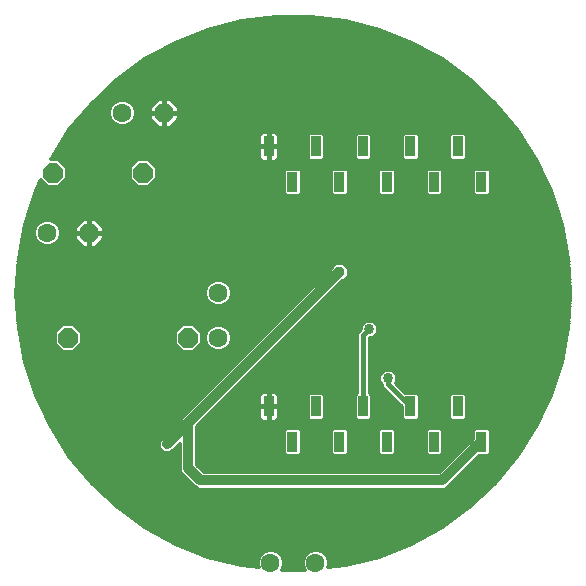
<source format=gbl>
G75*
G70*
%OFA0B0*%
%FSLAX24Y24*%
%IPPOS*%
%LPD*%
%AMOC8*
5,1,8,0,0,1.08239X$1,22.5*
%
%ADD10OC8,0.0630*%
%ADD11C,0.0630*%
%ADD12OC8,0.0660*%
%ADD13R,0.0335X0.0669*%
%ADD14C,0.0340*%
%ADD15C,0.0100*%
%ADD16C,0.0827*%
%ADD17C,0.0320*%
%ADD18C,0.0376*%
%ADD19C,0.0160*%
D10*
X003763Y012088D03*
X006263Y016088D03*
D11*
X004863Y016088D03*
X002363Y012088D03*
X008063Y010088D03*
X008063Y008588D03*
X009813Y001088D03*
X011313Y001088D03*
D12*
X007063Y008588D03*
X003063Y008588D03*
X002563Y014088D03*
X005563Y014088D03*
D13*
X009750Y014959D03*
X010537Y013778D03*
X011325Y014959D03*
X012112Y013778D03*
X012900Y014959D03*
X013687Y013778D03*
X014474Y014959D03*
X015262Y013778D03*
X016049Y014959D03*
X016837Y013778D03*
X016049Y006297D03*
X015262Y005116D03*
X014474Y006297D03*
X013687Y005116D03*
X012900Y006297D03*
X012112Y005116D03*
X011325Y006297D03*
X010537Y005116D03*
X009750Y006297D03*
X016837Y005116D03*
D14*
X013725Y007238D03*
X013100Y008875D03*
X007063Y011088D03*
D15*
X003079Y004650D02*
X003820Y003755D01*
X004666Y002960D01*
X005606Y002277D01*
X006624Y001718D01*
X007704Y001290D01*
X008829Y001001D01*
X009419Y000927D01*
X009388Y001003D01*
X009388Y001172D01*
X009452Y001328D01*
X009572Y001448D01*
X009728Y001512D01*
X009897Y001512D01*
X010053Y001448D01*
X010173Y001328D01*
X010237Y001172D01*
X010237Y001003D01*
X010177Y000856D01*
X010948Y000856D01*
X010888Y001003D01*
X010888Y001172D01*
X010952Y001328D01*
X011072Y001448D01*
X011228Y001512D01*
X011397Y001512D01*
X011553Y001448D01*
X011673Y001328D01*
X011737Y001172D01*
X011737Y001003D01*
X011706Y000927D01*
X012296Y001001D01*
X013421Y001290D01*
X014501Y001718D01*
X015519Y002277D01*
X016459Y002960D01*
X017305Y003755D01*
X017305Y003755D01*
X018046Y004650D01*
X018668Y005631D01*
X019163Y006682D01*
X019522Y007787D01*
X019740Y008928D01*
X019813Y010087D01*
X019740Y011247D01*
X019522Y012388D01*
X019163Y013493D01*
X018668Y014544D01*
X018046Y015525D01*
X017305Y016420D01*
X016459Y017215D01*
X015519Y017898D01*
X014501Y018457D01*
X013421Y018885D01*
X012296Y019174D01*
X011143Y019319D01*
X009982Y019319D01*
X008829Y019174D01*
X007704Y018885D01*
X006624Y018457D01*
X005606Y017898D01*
X004666Y017215D01*
X003820Y016420D01*
X003079Y015525D01*
X002457Y014544D01*
X002449Y014527D01*
X002745Y014527D01*
X003002Y014270D01*
X003002Y013905D01*
X002745Y013648D01*
X002380Y013648D01*
X002145Y013882D01*
X001962Y013493D01*
X001603Y012388D01*
X001385Y011247D01*
X001312Y010087D01*
X001385Y008928D01*
X001603Y007787D01*
X001962Y006682D01*
X002457Y005631D01*
X003079Y004650D01*
X003099Y004626D02*
X006793Y004626D01*
X006793Y004528D02*
X003181Y004528D01*
X003262Y004429D02*
X006793Y004429D01*
X006793Y004331D02*
X003344Y004331D01*
X003425Y004232D02*
X006793Y004232D01*
X006793Y004184D02*
X006834Y004085D01*
X006910Y004009D01*
X007322Y003596D01*
X007421Y003555D01*
X015599Y003555D01*
X015698Y003596D01*
X015774Y003672D01*
X016774Y004672D01*
X017049Y004672D01*
X017114Y004736D01*
X017114Y005496D01*
X017049Y005561D01*
X016624Y005561D01*
X016559Y005496D01*
X016559Y005221D01*
X015433Y004095D01*
X007587Y004095D01*
X007332Y004349D01*
X007332Y005626D01*
X012201Y010494D01*
X012269Y010522D01*
X012353Y010606D01*
X012398Y010716D01*
X012398Y010834D01*
X012353Y010944D01*
X012269Y011028D01*
X012159Y011073D01*
X012041Y011073D01*
X011931Y011028D01*
X011847Y010944D01*
X011819Y010876D01*
X006910Y005966D01*
X006834Y005890D01*
X006124Y005181D01*
X006083Y005082D01*
X006083Y004975D01*
X006124Y004875D01*
X006200Y004799D01*
X006300Y004758D01*
X006407Y004758D01*
X006506Y004799D01*
X006793Y005086D01*
X006793Y004184D01*
X006813Y004134D02*
X003507Y004134D01*
X003588Y004035D02*
X006883Y004035D01*
X006982Y003937D02*
X003670Y003937D01*
X003751Y003838D02*
X007080Y003838D01*
X007179Y003740D02*
X003837Y003740D01*
X003941Y003641D02*
X007277Y003641D01*
X007548Y004134D02*
X015472Y004134D01*
X015570Y004232D02*
X007450Y004232D01*
X007351Y004331D02*
X015669Y004331D01*
X015767Y004429D02*
X007332Y004429D01*
X007332Y004528D02*
X015866Y004528D01*
X015964Y004626D02*
X007332Y004626D01*
X007332Y004725D02*
X010271Y004725D01*
X010260Y004736D02*
X010324Y004672D01*
X010750Y004672D01*
X010815Y004736D01*
X010815Y005496D01*
X010750Y005561D01*
X010324Y005561D01*
X010260Y005496D01*
X010260Y004736D01*
X010260Y004823D02*
X007332Y004823D01*
X007332Y004922D02*
X010260Y004922D01*
X010260Y005020D02*
X007332Y005020D01*
X007332Y005119D02*
X010260Y005119D01*
X010260Y005217D02*
X007332Y005217D01*
X007332Y005316D02*
X010260Y005316D01*
X010260Y005414D02*
X007332Y005414D01*
X007332Y005513D02*
X010276Y005513D01*
X010009Y005843D02*
X010037Y005871D01*
X010057Y005905D01*
X010067Y005943D01*
X010067Y006264D01*
X009784Y006264D01*
X009784Y006331D01*
X010067Y006331D01*
X010067Y006652D01*
X010057Y006690D01*
X010037Y006724D01*
X010009Y006752D01*
X009975Y006772D01*
X009937Y006782D01*
X009784Y006782D01*
X009784Y006331D01*
X009716Y006331D01*
X009716Y006264D01*
X009433Y006264D01*
X009433Y005943D01*
X009443Y005905D01*
X009463Y005871D01*
X009490Y005843D01*
X009525Y005823D01*
X009563Y005813D01*
X009716Y005813D01*
X009716Y006264D01*
X009784Y006264D01*
X009784Y005813D01*
X009937Y005813D01*
X009975Y005823D01*
X010009Y005843D01*
X010057Y005907D02*
X011058Y005907D01*
X011047Y005917D02*
X011112Y005853D01*
X011538Y005853D01*
X011602Y005917D01*
X011602Y006678D01*
X011538Y006742D01*
X011112Y006742D01*
X011047Y006678D01*
X011047Y005917D01*
X011047Y006005D02*
X010067Y006005D01*
X010067Y006104D02*
X011047Y006104D01*
X011047Y006202D02*
X010067Y006202D01*
X010067Y006399D02*
X011047Y006399D01*
X011047Y006301D02*
X009784Y006301D01*
X009716Y006301D02*
X008007Y006301D01*
X008106Y006399D02*
X009433Y006399D01*
X009433Y006331D02*
X009716Y006331D01*
X009716Y006782D01*
X009563Y006782D01*
X009525Y006772D01*
X009490Y006752D01*
X009463Y006724D01*
X009443Y006690D01*
X009433Y006652D01*
X009433Y006331D01*
X009433Y006202D02*
X007909Y006202D01*
X007810Y006104D02*
X009433Y006104D01*
X009433Y006005D02*
X007712Y006005D01*
X007613Y005907D02*
X009442Y005907D01*
X009716Y005907D02*
X009784Y005907D01*
X009784Y006005D02*
X009716Y006005D01*
X009716Y006104D02*
X009784Y006104D01*
X009784Y006202D02*
X009716Y006202D01*
X009716Y006399D02*
X009784Y006399D01*
X009784Y006498D02*
X009716Y006498D01*
X009716Y006596D02*
X009784Y006596D01*
X009784Y006695D02*
X009716Y006695D01*
X010054Y006695D02*
X011064Y006695D01*
X011047Y006596D02*
X010067Y006596D01*
X010067Y006498D02*
X011047Y006498D01*
X011585Y006695D02*
X012639Y006695D01*
X012622Y006678D02*
X012622Y005917D01*
X012687Y005853D01*
X013112Y005853D01*
X013177Y005917D01*
X013177Y006678D01*
X013112Y006742D01*
X013090Y006742D01*
X013090Y008595D01*
X013156Y008595D01*
X013259Y008638D01*
X013337Y008716D01*
X013380Y008819D01*
X013380Y008931D01*
X013337Y009034D01*
X013259Y009112D01*
X013156Y009155D01*
X013044Y009155D01*
X012941Y009112D01*
X012863Y009034D01*
X012820Y008931D01*
X012820Y008864D01*
X012710Y008753D01*
X012710Y006742D01*
X012687Y006742D01*
X012622Y006678D01*
X012622Y006596D02*
X011602Y006596D01*
X011602Y006498D02*
X012622Y006498D01*
X012622Y006399D02*
X011602Y006399D01*
X011602Y006301D02*
X012622Y006301D01*
X012622Y006202D02*
X011602Y006202D01*
X011602Y006104D02*
X012622Y006104D01*
X012622Y006005D02*
X011602Y006005D01*
X011591Y005907D02*
X012633Y005907D01*
X012325Y005561D02*
X011899Y005561D01*
X011835Y005496D01*
X011835Y004736D01*
X011899Y004672D01*
X012325Y004672D01*
X012389Y004736D01*
X012389Y005496D01*
X012325Y005561D01*
X012373Y005513D02*
X013426Y005513D01*
X013410Y005496D02*
X013410Y004736D01*
X013474Y004672D01*
X013900Y004672D01*
X013964Y004736D01*
X013964Y005496D01*
X013900Y005561D01*
X013474Y005561D01*
X013410Y005496D01*
X013410Y005414D02*
X012389Y005414D01*
X012389Y005316D02*
X013410Y005316D01*
X013410Y005217D02*
X012389Y005217D01*
X012389Y005119D02*
X013410Y005119D01*
X013410Y005020D02*
X012389Y005020D01*
X012389Y004922D02*
X013410Y004922D01*
X013410Y004823D02*
X012389Y004823D01*
X012378Y004725D02*
X013421Y004725D01*
X013953Y004725D02*
X014996Y004725D01*
X014984Y004736D02*
X015049Y004672D01*
X015475Y004672D01*
X015539Y004736D01*
X015539Y005496D01*
X015475Y005561D01*
X015049Y005561D01*
X014984Y005496D01*
X014984Y004736D01*
X014984Y004823D02*
X013964Y004823D01*
X013964Y004922D02*
X014984Y004922D01*
X014984Y005020D02*
X013964Y005020D01*
X013964Y005119D02*
X014984Y005119D01*
X014984Y005217D02*
X013964Y005217D01*
X013964Y005316D02*
X014984Y005316D01*
X014984Y005414D02*
X013964Y005414D01*
X013948Y005513D02*
X015000Y005513D01*
X014687Y005853D02*
X014752Y005917D01*
X014752Y006678D01*
X014687Y006742D01*
X014298Y006742D01*
X013962Y007078D01*
X013962Y007079D01*
X014005Y007182D01*
X014005Y007293D01*
X013962Y007396D01*
X013884Y007475D01*
X013781Y007517D01*
X013669Y007517D01*
X013566Y007475D01*
X013488Y007396D01*
X013445Y007293D01*
X013445Y007182D01*
X013488Y007079D01*
X013535Y007032D01*
X013535Y006968D01*
X013646Y006857D01*
X014197Y006306D01*
X014197Y005917D01*
X014261Y005853D01*
X014687Y005853D01*
X014741Y005907D02*
X015782Y005907D01*
X015772Y005917D02*
X015836Y005853D01*
X016262Y005853D01*
X016326Y005917D01*
X016326Y006678D01*
X016262Y006742D01*
X015836Y006742D01*
X015772Y006678D01*
X015772Y005917D01*
X015772Y006005D02*
X014752Y006005D01*
X014752Y006104D02*
X015772Y006104D01*
X015772Y006202D02*
X014752Y006202D01*
X014752Y006301D02*
X015772Y006301D01*
X015772Y006399D02*
X014752Y006399D01*
X014752Y006498D02*
X015772Y006498D01*
X015772Y006596D02*
X014752Y006596D01*
X014735Y006695D02*
X015789Y006695D01*
X016309Y006695D02*
X019167Y006695D01*
X019199Y006793D02*
X014247Y006793D01*
X014149Y006892D02*
X019231Y006892D01*
X019263Y006990D02*
X014050Y006990D01*
X013966Y007089D02*
X019295Y007089D01*
X019327Y007187D02*
X014005Y007187D01*
X014005Y007286D02*
X019359Y007286D01*
X019391Y007384D02*
X013967Y007384D01*
X013865Y007483D02*
X019423Y007483D01*
X019455Y007581D02*
X013090Y007581D01*
X013090Y007483D02*
X013585Y007483D01*
X013483Y007384D02*
X013090Y007384D01*
X013090Y007286D02*
X013445Y007286D01*
X013445Y007187D02*
X013090Y007187D01*
X013090Y007089D02*
X013484Y007089D01*
X013535Y006990D02*
X013090Y006990D01*
X013090Y006892D02*
X013611Y006892D01*
X013646Y006857D02*
X013646Y006857D01*
X013710Y006793D02*
X013090Y006793D01*
X013160Y006695D02*
X013808Y006695D01*
X013907Y006596D02*
X013177Y006596D01*
X013177Y006498D02*
X014005Y006498D01*
X014104Y006399D02*
X013177Y006399D01*
X013177Y006301D02*
X014197Y006301D01*
X014197Y006202D02*
X013177Y006202D01*
X013177Y006104D02*
X014197Y006104D01*
X014197Y006005D02*
X013177Y006005D01*
X013166Y005907D02*
X014208Y005907D01*
X015523Y005513D02*
X016575Y005513D01*
X016559Y005414D02*
X015539Y005414D01*
X015539Y005316D02*
X016559Y005316D01*
X016555Y005217D02*
X015539Y005217D01*
X015539Y005119D02*
X016457Y005119D01*
X016358Y005020D02*
X015539Y005020D01*
X015539Y004922D02*
X016260Y004922D01*
X016161Y004823D02*
X015539Y004823D01*
X015528Y004725D02*
X016063Y004725D01*
X016433Y004331D02*
X017781Y004331D01*
X017863Y004429D02*
X016531Y004429D01*
X016630Y004528D02*
X017944Y004528D01*
X018026Y004626D02*
X016728Y004626D01*
X017102Y004725D02*
X018093Y004725D01*
X018155Y004823D02*
X017114Y004823D01*
X017114Y004922D02*
X018218Y004922D01*
X018280Y005020D02*
X017114Y005020D01*
X017114Y005119D02*
X018343Y005119D01*
X018405Y005217D02*
X017114Y005217D01*
X017114Y005316D02*
X018468Y005316D01*
X018530Y005414D02*
X017114Y005414D01*
X017098Y005513D02*
X018593Y005513D01*
X018655Y005611D02*
X007332Y005611D01*
X007416Y005710D02*
X018705Y005710D01*
X018752Y005808D02*
X007515Y005808D01*
X007145Y006202D02*
X002188Y006202D01*
X002142Y006301D02*
X007244Y006301D01*
X007342Y006399D02*
X002095Y006399D01*
X002049Y006498D02*
X007441Y006498D01*
X007539Y006596D02*
X002003Y006596D01*
X001958Y006695D02*
X007638Y006695D01*
X007736Y006793D02*
X001926Y006793D01*
X001894Y006892D02*
X007835Y006892D01*
X007933Y006990D02*
X001862Y006990D01*
X001830Y007089D02*
X008032Y007089D01*
X008130Y007187D02*
X001798Y007187D01*
X001766Y007286D02*
X008229Y007286D01*
X008327Y007384D02*
X001734Y007384D01*
X001702Y007483D02*
X008426Y007483D01*
X008524Y007581D02*
X001670Y007581D01*
X001638Y007680D02*
X008623Y007680D01*
X008721Y007778D02*
X001606Y007778D01*
X001586Y007877D02*
X008820Y007877D01*
X008918Y007975D02*
X001567Y007975D01*
X001548Y008074D02*
X009017Y008074D01*
X009115Y008172D02*
X008170Y008172D01*
X008147Y008163D02*
X008303Y008227D01*
X008423Y008347D01*
X008487Y008503D01*
X008487Y008672D01*
X008423Y008828D01*
X008303Y008948D01*
X008147Y009012D01*
X007978Y009012D01*
X007822Y008948D01*
X007702Y008828D01*
X007638Y008672D01*
X007638Y008503D01*
X007702Y008347D01*
X007822Y008227D01*
X007978Y008163D01*
X008147Y008163D01*
X007955Y008172D02*
X007269Y008172D01*
X007245Y008148D02*
X007502Y008405D01*
X007502Y008770D01*
X007245Y009027D01*
X006880Y009027D01*
X006623Y008770D01*
X006623Y008405D01*
X006880Y008148D01*
X007245Y008148D01*
X007368Y008271D02*
X007778Y008271D01*
X007693Y008369D02*
X007466Y008369D01*
X007502Y008468D02*
X007652Y008468D01*
X007638Y008566D02*
X007502Y008566D01*
X007502Y008665D02*
X007638Y008665D01*
X007675Y008763D02*
X007502Y008763D01*
X007411Y008862D02*
X007735Y008862D01*
X007851Y008960D02*
X007312Y008960D01*
X006813Y008960D02*
X003312Y008960D01*
X003245Y009027D02*
X002880Y009027D01*
X002623Y008770D01*
X002623Y008405D01*
X002880Y008148D01*
X003245Y008148D01*
X003502Y008405D01*
X003502Y008770D01*
X003245Y009027D01*
X003411Y008862D02*
X006714Y008862D01*
X006623Y008763D02*
X003502Y008763D01*
X003502Y008665D02*
X006623Y008665D01*
X006623Y008566D02*
X003502Y008566D01*
X003502Y008468D02*
X006623Y008468D01*
X006659Y008369D02*
X003466Y008369D01*
X003368Y008271D02*
X006757Y008271D01*
X006856Y008172D02*
X003269Y008172D01*
X002856Y008172D02*
X001530Y008172D01*
X001511Y008271D02*
X002757Y008271D01*
X002659Y008369D02*
X001492Y008369D01*
X001473Y008468D02*
X002623Y008468D01*
X002623Y008566D02*
X001455Y008566D01*
X001436Y008665D02*
X002623Y008665D01*
X002623Y008763D02*
X001417Y008763D01*
X001398Y008862D02*
X002714Y008862D01*
X002813Y008960D02*
X001383Y008960D01*
X001377Y009059D02*
X010002Y009059D01*
X010100Y009157D02*
X001371Y009157D01*
X001365Y009256D02*
X010199Y009256D01*
X010297Y009354D02*
X001359Y009354D01*
X001352Y009453D02*
X010396Y009453D01*
X010494Y009551D02*
X001346Y009551D01*
X001340Y009650D02*
X010593Y009650D01*
X010691Y009748D02*
X008324Y009748D01*
X008303Y009727D02*
X008423Y009847D01*
X008487Y010003D01*
X008487Y010172D01*
X008423Y010328D01*
X008303Y010448D01*
X008147Y010512D01*
X007978Y010512D01*
X007822Y010448D01*
X007702Y010328D01*
X007638Y010172D01*
X007638Y010003D01*
X007702Y009847D01*
X007822Y009727D01*
X007978Y009663D01*
X008147Y009663D01*
X008303Y009727D01*
X008423Y009847D02*
X010790Y009847D01*
X010888Y009945D02*
X008463Y009945D01*
X008487Y010044D02*
X010987Y010044D01*
X011085Y010142D02*
X008487Y010142D01*
X008459Y010241D02*
X011184Y010241D01*
X011282Y010339D02*
X008412Y010339D01*
X008314Y010438D02*
X011381Y010438D01*
X011479Y010536D02*
X001341Y010536D01*
X001335Y010438D02*
X007811Y010438D01*
X007713Y010339D02*
X001328Y010339D01*
X001322Y010241D02*
X007666Y010241D01*
X007638Y010142D02*
X001316Y010142D01*
X001315Y010044D02*
X007638Y010044D01*
X007661Y009945D02*
X001321Y009945D01*
X001328Y009847D02*
X007702Y009847D01*
X007801Y009748D02*
X001334Y009748D01*
X001347Y010635D02*
X011578Y010635D01*
X011676Y010733D02*
X001353Y010733D01*
X001359Y010832D02*
X011775Y010832D01*
X011842Y010930D02*
X001366Y010930D01*
X001372Y011029D02*
X011933Y011029D01*
X012267Y011029D02*
X019753Y011029D01*
X019747Y011127D02*
X001378Y011127D01*
X001384Y011226D02*
X019741Y011226D01*
X019725Y011324D02*
X001400Y011324D01*
X001419Y011423D02*
X019706Y011423D01*
X019687Y011521D02*
X001438Y011521D01*
X001457Y011620D02*
X019668Y011620D01*
X019650Y011718D02*
X004051Y011718D01*
X003955Y011623D02*
X004227Y011895D01*
X004227Y012057D01*
X003793Y012057D01*
X003793Y012118D01*
X004227Y012118D01*
X004227Y012280D01*
X003955Y012552D01*
X003793Y012552D01*
X003793Y012118D01*
X003732Y012118D01*
X003732Y012552D01*
X003570Y012552D01*
X003298Y012280D01*
X003298Y012118D01*
X003732Y012118D01*
X003732Y012057D01*
X003793Y012057D01*
X003793Y011623D01*
X003955Y011623D01*
X003793Y011718D02*
X003732Y011718D01*
X003732Y011623D02*
X003732Y012057D01*
X003298Y012057D01*
X003298Y011895D01*
X003570Y011623D01*
X003732Y011623D01*
X003732Y011817D02*
X003793Y011817D01*
X003793Y011915D02*
X003732Y011915D01*
X003732Y012014D02*
X003793Y012014D01*
X003793Y012112D02*
X019575Y012112D01*
X019593Y012014D02*
X004227Y012014D01*
X004227Y011915D02*
X019612Y011915D01*
X019631Y011817D02*
X004149Y011817D01*
X004227Y012211D02*
X019556Y012211D01*
X019537Y012309D02*
X004199Y012309D01*
X004100Y012408D02*
X019516Y012408D01*
X019484Y012506D02*
X004002Y012506D01*
X003793Y012506D02*
X003732Y012506D01*
X003732Y012408D02*
X003793Y012408D01*
X003793Y012309D02*
X003732Y012309D01*
X003732Y012211D02*
X003793Y012211D01*
X003732Y012112D02*
X002787Y012112D01*
X002787Y012172D02*
X002787Y012003D01*
X002723Y011847D01*
X002603Y011727D01*
X002447Y011663D01*
X002278Y011663D01*
X002122Y011727D01*
X002002Y011847D01*
X001938Y012003D01*
X001938Y012172D01*
X002002Y012328D01*
X002122Y012448D01*
X002278Y012512D01*
X002447Y012512D01*
X002603Y012448D01*
X002723Y012328D01*
X002787Y012172D01*
X002772Y012211D02*
X003298Y012211D01*
X003326Y012309D02*
X002731Y012309D01*
X002644Y012408D02*
X003425Y012408D01*
X003523Y012506D02*
X002463Y012506D01*
X002262Y012506D02*
X001641Y012506D01*
X001609Y012408D02*
X002081Y012408D01*
X001994Y012309D02*
X001588Y012309D01*
X001569Y012211D02*
X001953Y012211D01*
X001938Y012112D02*
X001550Y012112D01*
X001532Y012014D02*
X001938Y012014D01*
X001974Y011915D02*
X001513Y011915D01*
X001494Y011817D02*
X002032Y011817D01*
X002144Y011718D02*
X001475Y011718D01*
X001673Y012605D02*
X019452Y012605D01*
X019419Y012703D02*
X001706Y012703D01*
X001738Y012802D02*
X019387Y012802D01*
X019355Y012900D02*
X001770Y012900D01*
X001802Y012999D02*
X019323Y012999D01*
X019291Y013097D02*
X001834Y013097D01*
X001866Y013196D02*
X019259Y013196D01*
X019227Y013294D02*
X001898Y013294D01*
X001930Y013393D02*
X010265Y013393D01*
X010260Y013397D02*
X010324Y013333D01*
X010750Y013333D01*
X010815Y013397D01*
X010815Y014158D01*
X010750Y014222D01*
X010324Y014222D01*
X010260Y014158D01*
X010260Y013397D01*
X010260Y013491D02*
X001962Y013491D01*
X002008Y013590D02*
X010260Y013590D01*
X010260Y013688D02*
X005785Y013688D01*
X005745Y013648D02*
X006002Y013905D01*
X006002Y014270D01*
X005745Y014527D01*
X005380Y014527D01*
X005123Y014270D01*
X005123Y013905D01*
X005380Y013648D01*
X005745Y013648D01*
X005884Y013787D02*
X010260Y013787D01*
X010260Y013885D02*
X005982Y013885D01*
X006002Y013984D02*
X010260Y013984D01*
X010260Y014082D02*
X006002Y014082D01*
X006002Y014181D02*
X010283Y014181D01*
X010009Y014504D02*
X010037Y014532D01*
X010057Y014566D01*
X010067Y014604D01*
X010067Y014925D01*
X009784Y014925D01*
X009784Y014992D01*
X010067Y014992D01*
X010067Y015313D01*
X010057Y015351D01*
X010037Y015386D01*
X010009Y015413D01*
X009975Y015433D01*
X009937Y015443D01*
X009784Y015443D01*
X009784Y014992D01*
X009716Y014992D01*
X009716Y014925D01*
X009433Y014925D01*
X009433Y014604D01*
X009443Y014566D01*
X009463Y014532D01*
X009490Y014504D01*
X009525Y014484D01*
X009563Y014474D01*
X009716Y014474D01*
X009716Y014925D01*
X009784Y014925D01*
X009784Y014474D01*
X009937Y014474D01*
X009975Y014484D01*
X010009Y014504D01*
X009944Y014476D02*
X018700Y014476D01*
X018747Y014378D02*
X005895Y014378D01*
X005796Y014476D02*
X009556Y014476D01*
X009441Y014575D02*
X002476Y014575D01*
X002539Y014673D02*
X009433Y014673D01*
X009433Y014772D02*
X002601Y014772D01*
X002664Y014870D02*
X009433Y014870D01*
X009433Y014992D02*
X009716Y014992D01*
X009716Y015443D01*
X009563Y015443D01*
X009525Y015433D01*
X009490Y015413D01*
X009463Y015386D01*
X009443Y015351D01*
X009433Y015313D01*
X009433Y014992D01*
X009433Y015067D02*
X002789Y015067D01*
X002851Y015166D02*
X009433Y015166D01*
X009433Y015264D02*
X002914Y015264D01*
X002976Y015363D02*
X009449Y015363D01*
X009716Y015363D02*
X009784Y015363D01*
X009784Y015264D02*
X009716Y015264D01*
X009716Y015166D02*
X009784Y015166D01*
X009784Y015067D02*
X009716Y015067D01*
X009716Y014969D02*
X002726Y014969D01*
X002796Y014476D02*
X005329Y014476D01*
X005230Y014378D02*
X002895Y014378D01*
X002993Y014279D02*
X005132Y014279D01*
X005123Y014181D02*
X003002Y014181D01*
X003002Y014082D02*
X005123Y014082D01*
X005123Y013984D02*
X003002Y013984D01*
X002982Y013885D02*
X005143Y013885D01*
X005241Y013787D02*
X002884Y013787D01*
X002785Y013688D02*
X005340Y013688D01*
X005993Y014279D02*
X018793Y014279D01*
X018839Y014181D02*
X017091Y014181D01*
X017114Y014158D02*
X017049Y014222D01*
X016624Y014222D01*
X016559Y014158D01*
X016559Y013397D01*
X016624Y013333D01*
X017049Y013333D01*
X017114Y013397D01*
X017114Y014158D01*
X017114Y014082D02*
X018886Y014082D01*
X018932Y013984D02*
X017114Y013984D01*
X017114Y013885D02*
X018978Y013885D01*
X019025Y013787D02*
X017114Y013787D01*
X017114Y013688D02*
X019071Y013688D01*
X019117Y013590D02*
X017114Y013590D01*
X017114Y013491D02*
X019163Y013491D01*
X019195Y013393D02*
X017109Y013393D01*
X016564Y013393D02*
X015534Y013393D01*
X015539Y013397D02*
X015475Y013333D01*
X015049Y013333D01*
X014984Y013397D01*
X014984Y014158D01*
X015049Y014222D01*
X015475Y014222D01*
X015539Y014158D01*
X015539Y013397D01*
X015539Y013491D02*
X016559Y013491D01*
X016559Y013590D02*
X015539Y013590D01*
X015539Y013688D02*
X016559Y013688D01*
X016559Y013787D02*
X015539Y013787D01*
X015539Y013885D02*
X016559Y013885D01*
X016559Y013984D02*
X015539Y013984D01*
X015539Y014082D02*
X016559Y014082D01*
X016582Y014181D02*
X015516Y014181D01*
X015836Y014514D02*
X015772Y014579D01*
X015772Y015339D01*
X015836Y015403D01*
X016262Y015403D01*
X016326Y015339D01*
X016326Y014579D01*
X016262Y014514D01*
X015836Y014514D01*
X015776Y014575D02*
X014748Y014575D01*
X014752Y014579D02*
X014687Y014514D01*
X014261Y014514D01*
X014197Y014579D01*
X014197Y015339D01*
X014261Y015403D01*
X014687Y015403D01*
X014752Y015339D01*
X014752Y014579D01*
X014752Y014673D02*
X015772Y014673D01*
X015772Y014772D02*
X014752Y014772D01*
X014752Y014870D02*
X015772Y014870D01*
X015772Y014969D02*
X014752Y014969D01*
X014752Y015067D02*
X015772Y015067D01*
X015772Y015166D02*
X014752Y015166D01*
X014752Y015264D02*
X015772Y015264D01*
X015795Y015363D02*
X014728Y015363D01*
X014221Y015363D02*
X013153Y015363D01*
X013177Y015339D02*
X013112Y015403D01*
X012687Y015403D01*
X012622Y015339D01*
X012622Y014579D01*
X012687Y014514D01*
X013112Y014514D01*
X013177Y014579D01*
X013177Y015339D01*
X013177Y015264D02*
X014197Y015264D01*
X014197Y015166D02*
X013177Y015166D01*
X013177Y015067D02*
X014197Y015067D01*
X014197Y014969D02*
X013177Y014969D01*
X013177Y014870D02*
X014197Y014870D01*
X014197Y014772D02*
X013177Y014772D01*
X013177Y014673D02*
X014197Y014673D01*
X014201Y014575D02*
X013173Y014575D01*
X013474Y014222D02*
X013410Y014158D01*
X013410Y013397D01*
X013474Y013333D01*
X013900Y013333D01*
X013964Y013397D01*
X013964Y014158D01*
X013900Y014222D01*
X013474Y014222D01*
X013432Y014181D02*
X012367Y014181D01*
X012389Y014158D02*
X012325Y014222D01*
X011899Y014222D01*
X011835Y014158D01*
X011835Y013397D01*
X011899Y013333D01*
X012325Y013333D01*
X012389Y013397D01*
X012389Y014158D01*
X012389Y014082D02*
X013410Y014082D01*
X013410Y013984D02*
X012389Y013984D01*
X012389Y013885D02*
X013410Y013885D01*
X013410Y013787D02*
X012389Y013787D01*
X012389Y013688D02*
X013410Y013688D01*
X013410Y013590D02*
X012389Y013590D01*
X012389Y013491D02*
X013410Y013491D01*
X013415Y013393D02*
X012385Y013393D01*
X011840Y013393D02*
X010810Y013393D01*
X010815Y013491D02*
X011835Y013491D01*
X011835Y013590D02*
X010815Y013590D01*
X010815Y013688D02*
X011835Y013688D01*
X011835Y013787D02*
X010815Y013787D01*
X010815Y013885D02*
X011835Y013885D01*
X011835Y013984D02*
X010815Y013984D01*
X010815Y014082D02*
X011835Y014082D01*
X011857Y014181D02*
X010792Y014181D01*
X011112Y014514D02*
X011538Y014514D01*
X011602Y014579D01*
X011602Y015339D01*
X011538Y015403D01*
X011112Y015403D01*
X011047Y015339D01*
X011047Y014579D01*
X011112Y014514D01*
X011051Y014575D02*
X010059Y014575D01*
X010067Y014673D02*
X011047Y014673D01*
X011047Y014772D02*
X010067Y014772D01*
X010067Y014870D02*
X011047Y014870D01*
X011047Y014969D02*
X009784Y014969D01*
X009784Y014870D02*
X009716Y014870D01*
X009716Y014772D02*
X009784Y014772D01*
X009784Y014673D02*
X009716Y014673D01*
X009716Y014575D02*
X009784Y014575D01*
X009784Y014476D02*
X009716Y014476D01*
X010067Y015067D02*
X011047Y015067D01*
X011047Y015166D02*
X010067Y015166D01*
X010067Y015264D02*
X011047Y015264D01*
X011071Y015363D02*
X010051Y015363D01*
X011578Y015363D02*
X012646Y015363D01*
X012622Y015264D02*
X011602Y015264D01*
X011602Y015166D02*
X012622Y015166D01*
X012622Y015067D02*
X011602Y015067D01*
X011602Y014969D02*
X012622Y014969D01*
X012622Y014870D02*
X011602Y014870D01*
X011602Y014772D02*
X012622Y014772D01*
X012622Y014673D02*
X011602Y014673D01*
X011598Y014575D02*
X012626Y014575D01*
X013942Y014181D02*
X015007Y014181D01*
X014984Y014082D02*
X013964Y014082D01*
X013964Y013984D02*
X014984Y013984D01*
X014984Y013885D02*
X013964Y013885D01*
X013964Y013787D02*
X014984Y013787D01*
X014984Y013688D02*
X013964Y013688D01*
X013964Y013590D02*
X014984Y013590D01*
X014984Y013491D02*
X013964Y013491D01*
X013959Y013393D02*
X014989Y013393D01*
X016322Y014575D02*
X018649Y014575D01*
X018586Y014673D02*
X016326Y014673D01*
X016326Y014772D02*
X018524Y014772D01*
X018461Y014870D02*
X016326Y014870D01*
X016326Y014969D02*
X018399Y014969D01*
X018336Y015067D02*
X016326Y015067D01*
X016326Y015166D02*
X018274Y015166D01*
X018211Y015264D02*
X016326Y015264D01*
X016303Y015363D02*
X018149Y015363D01*
X018086Y015461D02*
X003039Y015461D01*
X003108Y015560D02*
X018017Y015560D01*
X017935Y015658D02*
X006491Y015658D01*
X006455Y015623D02*
X006727Y015895D01*
X006727Y016057D01*
X006293Y016057D01*
X006293Y016118D01*
X006727Y016118D01*
X006727Y016280D01*
X006455Y016552D01*
X006293Y016552D01*
X006293Y016118D01*
X006232Y016118D01*
X006232Y016552D01*
X006070Y016552D01*
X005798Y016280D01*
X005798Y016118D01*
X006232Y016118D01*
X006232Y016057D01*
X006293Y016057D01*
X006293Y015623D01*
X006455Y015623D01*
X006293Y015658D02*
X006232Y015658D01*
X006232Y015623D02*
X006232Y016057D01*
X005798Y016057D01*
X005798Y015895D01*
X006070Y015623D01*
X006232Y015623D01*
X006232Y015757D02*
X006293Y015757D01*
X006293Y015855D02*
X006232Y015855D01*
X006232Y015954D02*
X006293Y015954D01*
X006293Y016052D02*
X006232Y016052D01*
X006232Y016151D02*
X006293Y016151D01*
X006293Y016249D02*
X006232Y016249D01*
X006232Y016348D02*
X006293Y016348D01*
X006293Y016446D02*
X006232Y016446D01*
X006232Y016545D02*
X006293Y016545D01*
X006463Y016545D02*
X017172Y016545D01*
X017067Y016643D02*
X004058Y016643D01*
X004162Y016742D02*
X016963Y016742D01*
X016858Y016840D02*
X004267Y016840D01*
X004372Y016939D02*
X016753Y016939D01*
X016648Y017037D02*
X004477Y017037D01*
X004582Y017136D02*
X016543Y017136D01*
X016432Y017234D02*
X004693Y017234D01*
X004828Y017333D02*
X016297Y017333D01*
X016161Y017431D02*
X004964Y017431D01*
X005100Y017530D02*
X016025Y017530D01*
X015890Y017628D02*
X005235Y017628D01*
X005371Y017727D02*
X015754Y017727D01*
X015619Y017825D02*
X005506Y017825D01*
X005653Y017924D02*
X015472Y017924D01*
X015292Y018022D02*
X005833Y018022D01*
X006012Y018121D02*
X015113Y018121D01*
X014934Y018219D02*
X006191Y018219D01*
X006370Y018318D02*
X014755Y018318D01*
X014576Y018416D02*
X006549Y018416D01*
X006769Y018515D02*
X014356Y018515D01*
X014107Y018613D02*
X007018Y018613D01*
X007267Y018712D02*
X013858Y018712D01*
X013610Y018810D02*
X007515Y018810D01*
X007797Y018909D02*
X013328Y018909D01*
X012945Y019007D02*
X008180Y019007D01*
X008564Y019106D02*
X012561Y019106D01*
X012055Y019204D02*
X009070Y019204D01*
X009849Y019303D02*
X011276Y019303D01*
X006727Y016249D02*
X017447Y016249D01*
X017528Y016151D02*
X006727Y016151D01*
X006727Y016052D02*
X017610Y016052D01*
X017691Y015954D02*
X006727Y015954D01*
X006688Y015855D02*
X017772Y015855D01*
X017854Y015757D02*
X006589Y015757D01*
X006034Y015658D02*
X003190Y015658D01*
X003271Y015757D02*
X004592Y015757D01*
X004622Y015727D02*
X004778Y015663D01*
X004947Y015663D01*
X005103Y015727D01*
X005223Y015847D01*
X005287Y016003D01*
X005287Y016172D01*
X005223Y016328D01*
X005103Y016448D01*
X004947Y016512D01*
X004778Y016512D01*
X004622Y016448D01*
X004502Y016328D01*
X004438Y016172D01*
X004438Y016003D01*
X004502Y015847D01*
X004622Y015727D01*
X004499Y015855D02*
X003353Y015855D01*
X003434Y015954D02*
X004458Y015954D01*
X004438Y016052D02*
X003515Y016052D01*
X003597Y016151D02*
X004438Y016151D01*
X004469Y016249D02*
X003678Y016249D01*
X003760Y016348D02*
X004521Y016348D01*
X004620Y016446D02*
X003848Y016446D01*
X003953Y016545D02*
X006062Y016545D01*
X005963Y016446D02*
X005105Y016446D01*
X005203Y016348D02*
X005865Y016348D01*
X005798Y016249D02*
X005256Y016249D01*
X005287Y016151D02*
X005798Y016151D01*
X005798Y016052D02*
X005287Y016052D01*
X005267Y015954D02*
X005798Y015954D01*
X005837Y015855D02*
X005226Y015855D01*
X005133Y015757D02*
X005936Y015757D01*
X006562Y016446D02*
X017277Y016446D01*
X017365Y016348D02*
X006660Y016348D01*
X002340Y013688D02*
X002054Y013688D01*
X002100Y013787D02*
X002241Y013787D01*
X002787Y012014D02*
X003298Y012014D01*
X003298Y011915D02*
X002751Y011915D01*
X002693Y011817D02*
X003376Y011817D01*
X003474Y011718D02*
X002581Y011718D01*
X008204Y006498D02*
X009433Y006498D01*
X009433Y006596D02*
X008303Y006596D01*
X008401Y006695D02*
X009445Y006695D01*
X008894Y007187D02*
X012710Y007187D01*
X012710Y007089D02*
X008795Y007089D01*
X008697Y006990D02*
X012710Y006990D01*
X012710Y006892D02*
X008598Y006892D01*
X008500Y006793D02*
X012710Y006793D01*
X012710Y007286D02*
X008992Y007286D01*
X009091Y007384D02*
X012710Y007384D01*
X012710Y007483D02*
X009189Y007483D01*
X009288Y007581D02*
X012710Y007581D01*
X012710Y007680D02*
X009386Y007680D01*
X009485Y007778D02*
X012710Y007778D01*
X012710Y007877D02*
X009583Y007877D01*
X009682Y007975D02*
X012710Y007975D01*
X012710Y008074D02*
X009780Y008074D01*
X009879Y008172D02*
X012710Y008172D01*
X012710Y008271D02*
X009977Y008271D01*
X010076Y008369D02*
X012710Y008369D01*
X012710Y008468D02*
X010174Y008468D01*
X010273Y008566D02*
X012710Y008566D01*
X012710Y008665D02*
X010371Y008665D01*
X010470Y008763D02*
X012719Y008763D01*
X012818Y008862D02*
X010568Y008862D01*
X010667Y008960D02*
X012832Y008960D01*
X012888Y009059D02*
X010765Y009059D01*
X010864Y009157D02*
X019754Y009157D01*
X019748Y009059D02*
X013312Y009059D01*
X013368Y008960D02*
X019742Y008960D01*
X019740Y008928D02*
X019740Y008928D01*
X019727Y008862D02*
X013380Y008862D01*
X013357Y008763D02*
X019708Y008763D01*
X019689Y008665D02*
X013285Y008665D01*
X013090Y008566D02*
X019670Y008566D01*
X019652Y008468D02*
X013090Y008468D01*
X013090Y008369D02*
X019633Y008369D01*
X019614Y008271D02*
X013090Y008271D01*
X013090Y008172D02*
X019595Y008172D01*
X019577Y008074D02*
X013090Y008074D01*
X013090Y007975D02*
X019558Y007975D01*
X019539Y007877D02*
X013090Y007877D01*
X013090Y007778D02*
X019519Y007778D01*
X019487Y007680D02*
X013090Y007680D01*
X011258Y009551D02*
X019779Y009551D01*
X019773Y009453D02*
X011159Y009453D01*
X011061Y009354D02*
X019766Y009354D01*
X019760Y009256D02*
X010962Y009256D01*
X011356Y009650D02*
X019785Y009650D01*
X019791Y009748D02*
X011455Y009748D01*
X011553Y009847D02*
X019797Y009847D01*
X019804Y009945D02*
X011652Y009945D01*
X011750Y010044D02*
X019810Y010044D01*
X019809Y010142D02*
X011849Y010142D01*
X011947Y010241D02*
X019803Y010241D01*
X019797Y010339D02*
X012046Y010339D01*
X012144Y010438D02*
X019790Y010438D01*
X019784Y010536D02*
X012283Y010536D01*
X012364Y010635D02*
X019778Y010635D01*
X019772Y010733D02*
X012398Y010733D01*
X012398Y010832D02*
X019766Y010832D01*
X019759Y010930D02*
X012358Y010930D01*
X009903Y008960D02*
X008274Y008960D01*
X008390Y008862D02*
X009805Y008862D01*
X009706Y008763D02*
X008450Y008763D01*
X008487Y008665D02*
X009608Y008665D01*
X009509Y008566D02*
X008487Y008566D01*
X008473Y008468D02*
X009411Y008468D01*
X009312Y008369D02*
X008432Y008369D01*
X008347Y008271D02*
X009214Y008271D01*
X007047Y006104D02*
X002234Y006104D01*
X002281Y006005D02*
X006948Y006005D01*
X006850Y005907D02*
X002327Y005907D01*
X002373Y005808D02*
X006751Y005808D01*
X006653Y005710D02*
X002420Y005710D01*
X002470Y005611D02*
X006554Y005611D01*
X006456Y005513D02*
X002532Y005513D01*
X002595Y005414D02*
X006357Y005414D01*
X006259Y005316D02*
X002657Y005316D01*
X002720Y005217D02*
X006160Y005217D01*
X006098Y005119D02*
X002782Y005119D01*
X002845Y005020D02*
X006083Y005020D01*
X006105Y004922D02*
X002907Y004922D01*
X002970Y004823D02*
X006177Y004823D01*
X006530Y004823D02*
X006793Y004823D01*
X006793Y004725D02*
X003032Y004725D01*
X004046Y003543D02*
X017079Y003543D01*
X017184Y003641D02*
X015743Y003641D01*
X015842Y003740D02*
X017288Y003740D01*
X017374Y003838D02*
X015940Y003838D01*
X016039Y003937D02*
X017455Y003937D01*
X017537Y004035D02*
X016137Y004035D01*
X016236Y004134D02*
X017618Y004134D01*
X017700Y004232D02*
X016334Y004232D01*
X016974Y003444D02*
X004151Y003444D01*
X004256Y003346D02*
X016869Y003346D01*
X016764Y003247D02*
X004361Y003247D01*
X004466Y003149D02*
X016659Y003149D01*
X016554Y003050D02*
X004571Y003050D01*
X004678Y002952D02*
X016447Y002952D01*
X016311Y002853D02*
X004814Y002853D01*
X004950Y002755D02*
X016175Y002755D01*
X016040Y002656D02*
X005085Y002656D01*
X005221Y002558D02*
X015904Y002558D01*
X015769Y002459D02*
X005356Y002459D01*
X005492Y002361D02*
X015633Y002361D01*
X015491Y002262D02*
X005634Y002262D01*
X005813Y002164D02*
X015312Y002164D01*
X015132Y002065D02*
X005993Y002065D01*
X006172Y001967D02*
X014953Y001967D01*
X014774Y001868D02*
X006351Y001868D01*
X006530Y001770D02*
X014595Y001770D01*
X014383Y001671D02*
X006742Y001671D01*
X006991Y001573D02*
X014134Y001573D01*
X013885Y001474D02*
X011490Y001474D01*
X011626Y001376D02*
X013636Y001376D01*
X013369Y001277D02*
X011694Y001277D01*
X011735Y001179D02*
X012986Y001179D01*
X012602Y001080D02*
X011737Y001080D01*
X011729Y000982D02*
X012139Y000982D01*
X011135Y001474D02*
X009990Y001474D01*
X010126Y001376D02*
X010999Y001376D01*
X010931Y001277D02*
X010194Y001277D01*
X010235Y001179D02*
X010890Y001179D01*
X010888Y001080D02*
X010237Y001080D01*
X010229Y000982D02*
X010896Y000982D01*
X010937Y000883D02*
X010188Y000883D01*
X009635Y001474D02*
X007240Y001474D01*
X007489Y001376D02*
X009499Y001376D01*
X009431Y001277D02*
X007756Y001277D01*
X008139Y001179D02*
X009390Y001179D01*
X009388Y001080D02*
X008523Y001080D01*
X008986Y000982D02*
X009396Y000982D01*
X010803Y004725D02*
X011846Y004725D01*
X011835Y004823D02*
X010815Y004823D01*
X010815Y004922D02*
X011835Y004922D01*
X011835Y005020D02*
X010815Y005020D01*
X010815Y005119D02*
X011835Y005119D01*
X011835Y005217D02*
X010815Y005217D01*
X010815Y005316D02*
X011835Y005316D01*
X011835Y005414D02*
X010815Y005414D01*
X010799Y005513D02*
X011851Y005513D01*
X016316Y005907D02*
X018798Y005907D01*
X018844Y006005D02*
X016326Y006005D01*
X016326Y006104D02*
X018891Y006104D01*
X018937Y006202D02*
X016326Y006202D01*
X016326Y006301D02*
X018983Y006301D01*
X019030Y006399D02*
X016326Y006399D01*
X016326Y006498D02*
X019076Y006498D01*
X019122Y006596D02*
X016326Y006596D01*
X006793Y005020D02*
X006727Y005020D01*
X006793Y004922D02*
X006628Y004922D01*
D16*
X003275Y005488D03*
X003500Y015150D03*
X016475Y003663D03*
X016813Y015988D03*
D17*
X012100Y010775D02*
X007063Y005738D01*
X007063Y004238D01*
X007475Y003825D01*
X015545Y003825D01*
X016837Y005116D01*
X007063Y005738D02*
X006353Y005028D01*
D18*
X012100Y010775D03*
D19*
X013100Y008875D02*
X012900Y008675D01*
X012900Y006297D01*
X013725Y007047D02*
X013725Y007238D01*
X013725Y007047D02*
X014474Y006297D01*
M02*

</source>
